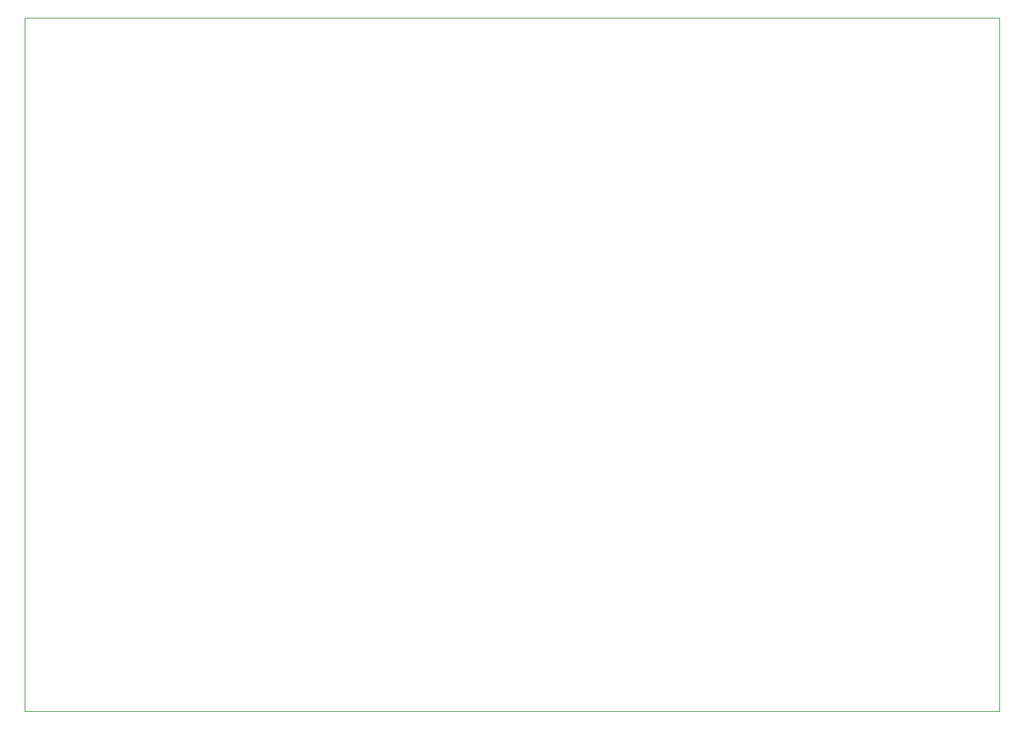
<source format=gbr>
%TF.GenerationSoftware,KiCad,Pcbnew,9.0.0*%
%TF.CreationDate,2025-06-18T12:19:52+08:00*%
%TF.ProjectId,ESPrinkler Retic PCB,45535072-696e-46b6-9c65-722052657469,rev?*%
%TF.SameCoordinates,Original*%
%TF.FileFunction,Profile,NP*%
%FSLAX46Y46*%
G04 Gerber Fmt 4.6, Leading zero omitted, Abs format (unit mm)*
G04 Created by KiCad (PCBNEW 9.0.0) date 2025-06-18 12:19:52*
%MOMM*%
%LPD*%
G01*
G04 APERTURE LIST*
%TA.AperFunction,Profile*%
%ADD10C,0.050000*%
%TD*%
G04 APERTURE END LIST*
D10*
X132334000Y-64389000D02*
X252730000Y-64389000D01*
X252730000Y-150114000D01*
X132334000Y-150114000D01*
X132334000Y-64389000D01*
M02*

</source>
